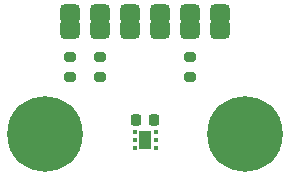
<source format=gbr>
%TF.GenerationSoftware,KiCad,Pcbnew,(7.0.0)*%
%TF.CreationDate,2023-06-10T23:20:28+02:00*%
%TF.ProjectId,TMP117 Breakout,544d5031-3137-4204-9272-65616b6f7574,rev?*%
%TF.SameCoordinates,Original*%
%TF.FileFunction,Soldermask,Top*%
%TF.FilePolarity,Negative*%
%FSLAX46Y46*%
G04 Gerber Fmt 4.6, Leading zero omitted, Abs format (unit mm)*
G04 Created by KiCad (PCBNEW (7.0.0)) date 2023-06-10 23:20:28*
%MOMM*%
%LPD*%
G01*
G04 APERTURE LIST*
G04 Aperture macros list*
%AMRoundRect*
0 Rectangle with rounded corners*
0 $1 Rounding radius*
0 $2 $3 $4 $5 $6 $7 $8 $9 X,Y pos of 4 corners*
0 Add a 4 corners polygon primitive as box body*
4,1,4,$2,$3,$4,$5,$6,$7,$8,$9,$2,$3,0*
0 Add four circle primitives for the rounded corners*
1,1,$1+$1,$2,$3*
1,1,$1+$1,$4,$5*
1,1,$1+$1,$6,$7*
1,1,$1+$1,$8,$9*
0 Add four rect primitives between the rounded corners*
20,1,$1+$1,$2,$3,$4,$5,0*
20,1,$1+$1,$4,$5,$6,$7,0*
20,1,$1+$1,$6,$7,$8,$9,0*
20,1,$1+$1,$8,$9,$2,$3,0*%
G04 Aperture macros list end*
%ADD10C,0.800000*%
%ADD11C,6.400000*%
%ADD12RoundRect,0.200000X0.275000X-0.200000X0.275000X0.200000X-0.275000X0.200000X-0.275000X-0.200000X0*%
%ADD13RoundRect,0.225000X0.225000X0.250000X-0.225000X0.250000X-0.225000X-0.250000X0.225000X-0.250000X0*%
%ADD14RoundRect,0.425000X0.425000X-0.425000X0.425000X0.425000X-0.425000X0.425000X-0.425000X-0.425000X0*%
%ADD15R,1.000000X1.600000*%
%ADD16RoundRect,0.093750X-0.093750X-0.106250X0.093750X-0.106250X0.093750X0.106250X-0.093750X0.106250X0*%
G04 APERTURE END LIST*
D10*
%TO.C,H2*%
X129100000Y-99500000D03*
X129802944Y-101197056D03*
X129802944Y-97802944D03*
X131500000Y-101900000D03*
D11*
X131500000Y-99500000D03*
D10*
X133900000Y-99500000D03*
X133197056Y-97802944D03*
X133197056Y-101197056D03*
X131500000Y-97100000D03*
%TD*%
%TO.C,H1*%
X148500000Y-97100000D03*
X150197056Y-101197056D03*
X150197056Y-97802944D03*
X150900000Y-99500000D03*
D11*
X148500000Y-99500000D03*
D10*
X148500000Y-101900000D03*
X146802944Y-97802944D03*
X146802944Y-101197056D03*
X146100000Y-99500000D03*
%TD*%
D12*
%TO.C,R3*%
X133650000Y-94635000D03*
X133650000Y-92985000D03*
%TD*%
D13*
%TO.C,C1*%
X140775000Y-98300000D03*
X139225000Y-98300000D03*
%TD*%
D12*
%TO.C,R2*%
X136200000Y-94635000D03*
X136200000Y-92985000D03*
%TD*%
%TO.C,R1*%
X143810000Y-94635000D03*
X143810000Y-92985000D03*
%TD*%
D14*
%TO.C,J1*%
X133650000Y-90635000D03*
X133650000Y-89365000D03*
X136190000Y-90635000D03*
X136190000Y-89365000D03*
X138730000Y-90635000D03*
X138730000Y-89365000D03*
X141270000Y-90635000D03*
X141270000Y-89365000D03*
X143810000Y-90635000D03*
X143810000Y-89365000D03*
X146350000Y-90635000D03*
X146350000Y-89365000D03*
%TD*%
D15*
%TO.C,U1*%
X139999999Y-99999999D03*
D16*
X140887500Y-99350000D03*
X140887500Y-100000000D03*
X140887500Y-100650000D03*
X139112500Y-100650000D03*
X139112500Y-100000000D03*
X139112500Y-99350000D03*
%TD*%
M02*

</source>
